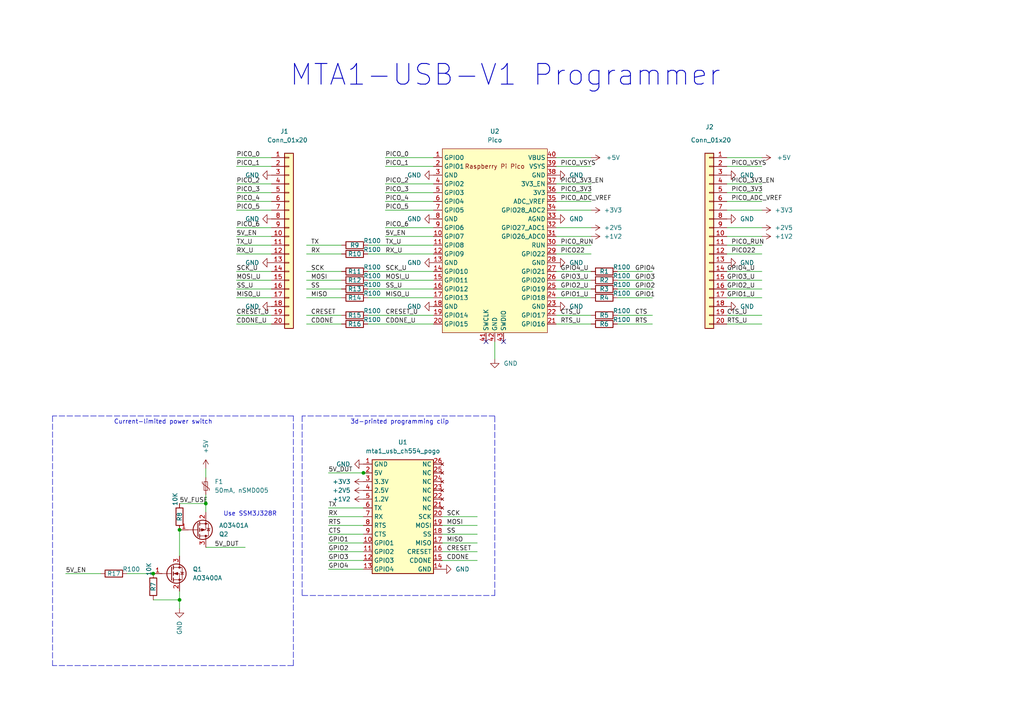
<source format=kicad_sch>
(kicad_sch (version 20211123) (generator eeschema)
  (paper "A4")
  (title_block (title "mta1-usb-v1-programmer") (date "2022-09-12") (rev "V1") (company "Tillitis AB") (comment 1 "2022") (comment 2 "https://github.com/tillitis/tillitis-key1"))
  (lib_symbols
    (symbol "Connector_Generic:Conn_01x20" (pin_names (offset 1.016) hide)
      (property "Reference" "J" (at 0 25.4 0))
      (property "Value" "Conn_01x20" (at 0 -27.94 0))
      (symbol "Conn_01x20_1_1"
        (rectangle (start -1.27 -25.273) (end 0 -25.527) (stroke (width 0.1524)))
        (rectangle (start -1.27 -22.733) (end 0 -22.987) (stroke (width 0.1524)))
        (rectangle (start -1.27 -20.193) (end 0 -20.447) (stroke (width 0.1524)))
        (rectangle (start -1.27 -17.653) (end 0 -17.907) (stroke (width 0.1524)))
        (rectangle (start -1.27 -15.113) (end 0 -15.367) (stroke (width 0.1524)))
        (rectangle (start -1.27 -12.573) (end 0 -12.827) (stroke (width 0.1524)))
        (rectangle (start -1.27 -10.033) (end 0 -10.287) (stroke (width 0.1524)))
        (rectangle (start -1.27 -7.493) (end 0 -7.747) (stroke (width 0.1524)))
        (rectangle (start -1.27 -4.953) (end 0 -5.207) (stroke (width 0.1524)))
        (rectangle (start -1.27 -2.413) (end 0 -2.667) (stroke (width 0.1524)))
        (rectangle (start -1.27 0.127) (end 0 -0.127) (stroke (width 0.1524)))
        (rectangle (start -1.27 2.667) (end 0 2.413) (stroke (width 0.1524)))
        (rectangle (start -1.27 5.207) (end 0 4.953) (stroke (width 0.1524)))
        (rectangle (start -1.27 7.747) (end 0 7.493) (stroke (width 0.1524)))
        (rectangle (start -1.27 10.287) (end 0 10.033) (stroke (width 0.1524)))
        (rectangle (start -1.27 12.827) (end 0 12.573) (stroke (width 0.1524)))
        (rectangle (start -1.27 15.367) (end 0 15.113) (stroke (width 0.1524)))
        (rectangle (start -1.27 17.907) (end 0 17.653) (stroke (width 0.1524)))
        (rectangle (start -1.27 20.447) (end 0 20.193) (stroke (width 0.1524)))
        (rectangle (start -1.27 22.987) (end 0 22.733) (stroke (width 0.1524)))
        (rectangle (start -1.27 24.13) (end 1.27 -26.67) (stroke (width 0.254)) (fill (type background)))
        (pin passive line (at -5.08 22.86 0) (length 3.81) (name "Pin_1") (number "1"))
        (pin passive line (at -5.08 0 0) (length 3.81) (name "Pin_10") (number "10"))
        (pin passive line (at -5.08 -2.54 0) (length 3.81) (name "Pin_11") (number "11"))
        (pin passive line (at -5.08 -5.08 0) (length 3.81) (name "Pin_12") (number "12"))
        (pin passive line (at -5.08 -7.62 0) (length 3.81) (name "Pin_13") (number "13"))
        (pin passive line (at -5.08 -10.16 0) (length 3.81) (name "Pin_14") (number "14"))
        (pin passive line (at -5.08 -12.7 0) (length 3.81) (name "Pin_15") (number "15"))
        (pin passive line (at -5.08 -15.24 0) (length 3.81) (name "Pin_16") (number "16"))
        (pin passive line (at -5.08 -17.78 0) (length 3.81) (name "Pin_17") (number "17"))
        (pin passive line (at -5.08 -20.32 0) (length 3.81) (name "Pin_18") (number "18"))
        (pin passive line (at -5.08 -22.86 0) (length 3.81) (name "Pin_19") (number "19"))
        (pin passive line (at -5.08 20.32 0) (length 3.81) (name "Pin_2") (number "2"))
        (pin passive line (at -5.08 -25.4 0) (length 3.81) (name "Pin_20") (number "20"))
        (pin passive line (at -5.08 17.78 0) (length 3.81) (name "Pin_3") (number "3"))
        (pin passive line (at -5.08 15.24 0) (length 3.81) (name "Pin_4") (number "4"))
        (pin passive line (at -5.08 12.7 0) (length 3.81) (name "Pin_5") (number "5"))
        (pin passive line (at -5.08 10.16 0) (length 3.81) (name "Pin_6") (number "6"))
        (pin passive line (at -5.08 7.62 0) (length 3.81) (name "Pin_7") (number "7"))
        (pin passive line (at -5.08 5.08 0) (length 3.81) (name "Pin_8") (number "8"))
        (pin passive line (at -5.08 2.54 0) (length 3.81) (name "Pin_9") (number "9"))
      )
    )
    (symbol "Device:Polyfuse_Small" (pin_numbers hide) (pin_names (offset 0))
      (property "Reference" "F" (at -1.905 0 90))
      (property "Value" "Polyfuse_Small" (at 1.905 0 90))
      (symbol "Polyfuse_Small_0_1"
        (rectangle (start -0.508 1.27) (end 0.508 -1.27))
        (polyline (pts (xy 0 2.54) (xy 0 -2.54)))
        (polyline (pts (xy -1.016 1.27) (xy -1.016 0.762) (xy 1.016 -0.762) (xy 1.016 -1.27)))
      )
      (symbol "Polyfuse_Small_1_1"
        (pin passive line (at 0 2.54 270) (length 0.635) (name "~") (number "1"))
        (pin passive line (at 0 -2.54 90) (length 0.635) (name "~") (number "2"))
      )
    )
    (symbol "Device:R" (pin_numbers hide) (pin_names (offset 0))
      (property "Reference" "R" (at 2.032 0 90))
      (property "Value" "R" (at 0 0 90))
      (symbol "R_0_1"
        (rectangle (start -1.016 -2.54) (end 1.016 2.54) (stroke (width 0.254)))
      )
      (symbol "R_1_1"
        (pin passive line (at 0 3.81 270) (length 1.27) (name "~") (number "1"))
        (pin passive line (at 0 -3.81 90) (length 1.27) (name "~") (number "2"))
      )
    )
    (symbol "MCU_RaspberryPi_and_Boards:Pico"
      (property "Reference" "U" (at -13.97 27.94 0))
      (property "Value" "Pico" (at 0 19.05 0))
      (symbol "Pico_0_0"
        (text "Raspberry Pi Pico" (at 0 21.59 0) (effects (font (size 1.27 1.27))))
      )
      (symbol "Pico_0_1"
        (rectangle (start -15.24 26.67) (end 15.24 -26.67) (fill (type background)))
      )
      (symbol "Pico_1_1"
        (pin bidirectional line (at -17.78 24.13 0) (length 2.54) (name "GPIO0") (number "1"))
        (pin bidirectional line (at -17.78 1.27 0) (length 2.54) (name "GPIO7") (number "10"))
        (pin bidirectional line (at -17.78 -1.27 0) (length 2.54) (name "GPIO8") (number "11"))
        (pin bidirectional line (at -17.78 -3.81 0) (length 2.54) (name "GPIO9") (number "12"))
        (pin power_in line (at -17.78 -6.35 0) (length 2.54) (name "GND") (number "13"))
        (pin bidirectional line (at -17.78 -8.89 0) (length 2.54) (name "GPIO10") (number "14"))
        (pin bidirectional line (at -17.78 -11.43 0) (length 2.54) (name "GPIO11") (number "15"))
        (pin bidirectional line (at -17.78 -13.97 0) (length 2.54) (name "GPIO12") (number "16"))
        (pin bidirectional line (at -17.78 -16.51 0) (length 2.54) (name "GPIO13") (number "17"))
        (pin power_in line (at -17.78 -19.05 0) (length 2.54) (name "GND") (number "18"))
        (pin bidirectional line (at -17.78 -21.59 0) (length 2.54) (name "GPIO14") (number "19"))
        (pin bidirectional line (at -17.78 21.59 0) (length 2.54) (name "GPIO1") (number "2"))
        (pin bidirectional line (at -17.78 -24.13 0) (length 2.54) (name "GPIO15") (number "20"))
        (pin bidirectional line (at 17.78 -24.13 180) (length 2.54) (name "GPIO16") (number "21"))
        (pin bidirectional line (at 17.78 -21.59 180) (length 2.54) (name "GPIO17") (number "22"))
        (pin power_in line (at 17.78 -19.05 180) (length 2.54) (name "GND") (number "23"))
        (pin bidirectional line (at 17.78 -16.51 180) (length 2.54) (name "GPIO18") (number "24"))
        (pin bidirectional line (at 17.78 -13.97 180) (length 2.54) (name "GPIO19") (number "25"))
        (pin bidirectional line (at 17.78 -11.43 180) (length 2.54) (name "GPIO20") (number "26"))
        (pin bidirectional line (at 17.78 -8.89 180) (length 2.54) (name "GPIO21") (number "27"))
        (pin power_in line (at 17.78 -6.35 180) (length 2.54) (name "GND") (number "28"))
        (pin bidirectional line (at 17.78 -3.81 180) (length 2.54) (name "GPIO22") (number "29"))
        (pin power_in line (at -17.78 19.05 0) (length 2.54) (name "GND") (number "3"))
        (pin input line (at 17.78 -1.27 180) (length 2.54) (name "RUN") (number "30"))
        (pin bidirectional line (at 17.78 1.27 180) (length 2.54) (name "GPIO26_ADC0") (number "31"))
        (pin bidirectional line (at 17.78 3.81 180) (length 2.54) (name "GPIO27_ADC1") (number "32"))
        (pin power_in line (at 17.78 6.35 180) (length 2.54) (name "AGND") (number "33"))
        (pin bidirectional line (at 17.78 8.89 180) (length 2.54) (name "GPIO28_ADC2") (number "34"))
        (pin power_in line (at 17.78 11.43 180) (length 2.54) (name "ADC_VREF") (number "35"))
        (pin power_in line (at 17.78 13.97 180) (length 2.54) (name "3V3") (number "36"))
        (pin input line (at 17.78 16.51 180) (length 2.54) (name "3V3_EN") (number "37"))
        (pin bidirectional line (at 17.78 19.05 180) (length 2.54) (name "GND") (number "38"))
        (pin power_in line (at 17.78 21.59 180) (length 2.54) (name "VSYS") (number "39"))
        (pin bidirectional line (at -17.78 16.51 0) (length 2.54) (name "GPIO2") (number "4"))
        (pin power_in line (at 17.78 24.13 180) (length 2.54) (name "VBUS") (number "40"))
        (pin input line (at -2.54 -29.21 90) (length 2.54) (name "SWCLK") (number "41"))
        (pin power_in line (at 0 -29.21 90) (length 2.54) (name "GND") (number "42"))
        (pin bidirectional line (at 2.54 -29.21 90) (length 2.54) (name "SWDIO") (number "43"))
        (pin bidirectional line (at -17.78 13.97 0) (length 2.54) (name "GPIO3") (number "5"))
        (pin bidirectional line (at -17.78 11.43 0) (length 2.54) (name "GPIO4") (number "6"))
        (pin bidirectional line (at -17.78 8.89 0) (length 2.54) (name "GPIO5") (number "7"))
        (pin power_in line (at -17.78 6.35 0) (length 2.54) (name "GND") (number "8"))
        (pin bidirectional line (at -17.78 3.81 0) (length 2.54) (name "GPIO6") (number "9"))
      )
    )
    (symbol "Transistor_FET:AO3400A" (pin_names hide)
      (property "Reference" "Q" (at 5.08 1.905 0))
      (property "Value" "AO3400A" (at 5.08 0 0))
      (symbol "AO3400A_0_1"
        (polyline (pts (xy 0.254 0) (xy -2.54 0)))
        (polyline (pts (xy 0.254 1.905) (xy 0.254 -1.905)) (stroke (width 0.254)))
        (polyline (pts (xy 0.762 -1.27) (xy 0.762 -2.286)) (stroke (width 0.254)))
        (polyline (pts (xy 0.762 0.508) (xy 0.762 -0.508)) (stroke (width 0.254)))
        (polyline (pts (xy 0.762 2.286) (xy 0.762 1.27)) (stroke (width 0.254)))
        (polyline (pts (xy 2.54 2.54) (xy 2.54 1.778)))
        (polyline (pts (xy 2.54 -2.54) (xy 2.54 0) (xy 0.762 0)))
        (polyline (pts (xy 0.762 -1.778) (xy 3.302 -1.778) (xy 3.302 1.778) (xy 0.762 1.778)))
        (polyline (pts (xy 1.016 0) (xy 2.032 0.381) (xy 2.032 -0.381) (xy 1.016 0)) (fill (type outline)))
        (polyline (pts (xy 2.794 0.508) (xy 2.921 0.381) (xy 3.683 0.381) (xy 3.81 0.254)))
        (polyline (pts (xy 3.302 0.381) (xy 2.921 -0.254) (xy 3.683 -0.254) (xy 3.302 0.381)))
        (circle (center 1.651 0) (radius 2.794) (stroke (width 0.254)))
        (circle (center 2.54 -1.778) (radius 0.254) (fill (type outline)))
        (circle (center 2.54 1.778) (radius 0.254) (fill (type outline)))
      )
      (symbol "AO3400A_1_1"
        (pin input line (at -5.08 0 0) (length 2.54) (name "G") (number "1"))
        (pin passive line (at 2.54 -5.08 90) (length 2.54) (name "S") (number "2"))
        (pin passive line (at 2.54 5.08 270) (length 2.54) (name "D") (number "3"))
      )
    )
    (symbol "Transistor_FET:AO3401A" (pin_names hide)
      (property "Reference" "Q" (at 5.08 1.905 0))
      (property "Value" "AO3401A" (at 5.08 0 0))
      (symbol "AO3401A_0_1"
        (polyline (pts (xy 0.254 0) (xy -2.54 0)))
        (polyline (pts (xy 0.254 1.905) (xy 0.254 -1.905)) (stroke (width 0.254)))
        (polyline (pts (xy 0.762 -1.27) (xy 0.762 -2.286)) (stroke (width 0.254)))
        (polyline (pts (xy 0.762 0.508) (xy 0.762 -0.508)) (stroke (width 0.254)))
        (polyline (pts (xy 0.762 2.286) (xy 0.762 1.27)) (stroke (width 0.254)))
        (polyline (pts (xy 2.54 2.54) (xy 2.54 1.778)))
        (polyline (pts (xy 2.54 -2.54) (xy 2.54 0) (xy 0.762 0)))
        (polyline (pts (xy 0.762 1.778) (xy 3.302 1.778) (xy 3.302 -1.778) (xy 0.762 -1.778)))
        (polyline (pts (xy 2.286 0) (xy 1.27 0.381) (xy 1.27 -0.381) (xy 2.286 0)) (fill (type outline)))
        (polyline (pts (xy 2.794 -0.508) (xy 2.921 -0.381) (xy 3.683 -0.381) (xy 3.81 -0.254)))
        (polyline (pts (xy 3.302 -0.381) (xy 2.921 0.254) (xy 3.683 0.254) (xy 3.302 -0.381)))
        (circle (center 1.651 0) (radius 2.794) (stroke (width 0.254)))
        (circle (center 2.54 -1.778) (radius 0.254) (fill (type outline)))
        (circle (center 2.54 1.778) (radius 0.254) (fill (type outline)))
      )
      (symbol "AO3401A_1_1"
        (pin input line (at -5.08 0 0) (length 2.54) (name "G") (number "1"))
        (pin passive line (at 2.54 -5.08 90) (length 2.54) (name "S") (number "2"))
        (pin passive line (at 2.54 5.08 270) (length 2.54) (name "D") (number "3"))
      )
    )
    (symbol "mta1:mta1_usb_ch554_pogo"
      (property "Reference" "U" (at -5.08 -19.05 0))
      (property "Value" "mta1_usb_ch554_pogo" (at 0 19.05 0))
      (symbol "mta1_usb_ch554_pogo_1_1"
        (rectangle (start -8.89 16.51) (end 8.89 -16.51) (stroke (width 0.254)) (fill (type background)))
        (pin power_in line (at -11.43 15.24 0) (length 2.54) (name "GND") (number "1"))
        (pin bidirectional line (at -11.43 -7.62 0) (length 2.54) (name "GPIO1") (number "10"))
        (pin bidirectional line (at -11.43 -10.16 0) (length 2.54) (name "GPIO2") (number "11"))
        (pin bidirectional line (at -11.43 -12.7 0) (length 2.54) (name "GPIO3") (number "12"))
        (pin bidirectional line (at -11.43 -15.24 0) (length 2.54) (name "GPIO4") (number "13"))
        (pin bidirectional line (at 11.43 -15.24 180) (length 2.54) (name "GND") (number "14"))
        (pin bidirectional line (at 11.43 -12.7 180) (length 2.54) (name "CDONE") (number "15"))
        (pin bidirectional line (at 11.43 -10.16 180) (length 2.54) (name "CRESET") (number "16"))
        (pin bidirectional line (at 11.43 -7.62 180) (length 2.54) (name "MISO") (number "17"))
        (pin bidirectional line (at 11.43 -5.08 180) (length 2.54) (name "SS") (number "18"))
        (pin bidirectional line (at 11.43 -2.54 180) (length 2.54) (name "MOSI") (number "19"))
        (pin power_in line (at -11.43 12.7 0) (length 2.54) (name "5V") (number "2"))
        (pin bidirectional line (at 11.43 0 180) (length 2.54) (name "SCK") (number "20"))
        (pin no_connect line (at 11.43 2.54 180) (length 2.54) (name "NC") (number "21"))
        (pin no_connect line (at 11.43 5.08 180) (length 2.54) (name "NC") (number "22"))
        (pin no_connect line (at 11.43 7.62 180) (length 2.54) (name "NC") (number "23"))
        (pin no_connect line (at 11.43 10.16 180) (length 2.54) (name "NC") (number "24"))
        (pin no_connect line (at 11.43 12.7 180) (length 2.54) (name "NC") (number "25"))
        (pin no_connect line (at 11.43 15.24 180) (length 2.54) (name "NC") (number "26"))
        (pin power_out line (at -11.43 10.16 0) (length 2.54) (name "3.3V") (number "3"))
        (pin power_out line (at -11.43 7.62 0) (length 2.54) (name "2.5V") (number "4"))
        (pin power_out line (at -11.43 5.08 0) (length 2.54) (name "1.2V") (number "5"))
        (pin bidirectional line (at -11.43 2.54 0) (length 2.54) (name "TX") (number "6"))
        (pin bidirectional line (at -11.43 0 0) (length 2.54) (name "RX") (number "7"))
        (pin bidirectional line (at -11.43 -2.54 0) (length 2.54) (name "RTS") (number "8"))
        (pin bidirectional line (at -11.43 -5.08 0) (length 2.54) (name "CTS") (number "9"))
      )
    )
    (symbol "power:+1V2" (power) (pin_names (offset 0))
      (property "Value" "+1V2" (at 0 3.556 0))
      (symbol "+1V2_0_1"
        (polyline (pts (xy -0.762 1.27) (xy 0 2.54)))
        (polyline (pts (xy 0 0) (xy 0 2.54)))
        (polyline (pts (xy 0 2.54) (xy 0.762 1.27)))
      )
      (symbol "+1V2_1_1"
        (pin power_in line (at 0 0 90) (length 0) hide (name "+1V2") (number "1"))
      )
    )
    (symbol "power:+2V5" (power) (pin_names (offset 0))
      (property "Value" "+2V5" (at 0 3.556 0))
      (symbol "+2V5_0_1"
        (polyline (pts (xy -0.762 1.27) (xy 0 2.54)))
        (polyline (pts (xy 0 0) (xy 0 2.54)))
        (polyline (pts (xy 0 2.54) (xy 0.762 1.27)))
      )
      (symbol "+2V5_1_1"
        (pin power_in line (at 0 0 90) (length 0) hide (name "+2V5") (number "1"))
      )
    )
    (symbol "power:+3.3V" (power) (pin_names (offset 0))
      (property "Value" "+3.3V" (at 0 3.556 0))
      (symbol "+3.3V_0_1"
        (polyline (pts (xy -0.762 1.27) (xy 0 2.54)))
        (polyline (pts (xy 0 0) (xy 0 2.54)))
        (polyline (pts (xy 0 2.54) (xy 0.762 1.27)))
      )
      (symbol "+3.3V_1_1"
        (pin power_in line (at 0 0 90) (length 0) hide (name "+3V3") (number "1"))
      )
    )
    (symbol "power:+5V" (power) (pin_names (offset 0))
      (property "Value" "+5V" (at 0 3.556 0))
      (symbol "+5V_0_1"
        (polyline (pts (xy -0.762 1.27) (xy 0 2.54)))
        (polyline (pts (xy 0 0) (xy 0 2.54)))
        (polyline (pts (xy 0 2.54) (xy 0.762 1.27)))
      )
      (symbol "+5V_1_1"
        (pin power_in line (at 0 0 90) (length 0) hide (name "+5V") (number "1"))
      )
    )
    (symbol "power:GND" (power) (pin_names (offset 0))
      (property "Value" "GND" (at 0 -3.81 0))
      (symbol "GND_0_1"
        (polyline (pts (xy 0 0) (xy 0 -1.27) (xy 1.27 -1.27) (xy 0 -2.54) (xy -1.27 -1.27) (xy 0 -1.27)))
      )
      (symbol "GND_1_1"
        (pin power_in line (at 0 0 270) (length 0) hide (name "GND") (number "1"))
      )
    )
  )
  (junction (at 105.41 137.16))
  (junction (at 52.07 173.99))
  (junction (at 44.45 166.37))
  (junction (at 52.07 153.67))
  (junction (at 59.69 146.05))
  (no_connect (at 140.97 99.06))
  (no_connect (at 146.05 99.06))
  (wire (pts (xy 88.9 71.12) (xy 99.06 71.12)))
  (wire (pts (xy 111.76 48.26) (xy 125.73 48.26)))
  (wire (pts (xy 161.29 71.12) (xy 171.45 71.12)))
  (wire (pts (xy 179.07 78.74) (xy 189.23 78.74)))
  (wire (pts (xy 161.29 58.42) (xy 171.45 58.42)))
  (wire (pts (xy 161.29 66.04) (xy 171.45 66.04)))
  (wire (pts (xy 95.25 147.32) (xy 105.41 147.32)))
  (wire (pts (xy 68.58 93.98) (xy 78.74 93.98)))
  (polyline (pts (xy 15.24 120.65) (xy 15.24 193.04)))
  (wire (pts (xy 95.25 149.86) (xy 105.41 149.86)))
  (wire (pts (xy 210.82 78.74) (xy 220.98 78.74)))
  (wire (pts (xy 106.68 93.98) (xy 125.73 93.98)))
  (wire (pts (xy 210.82 81.28) (xy 220.98 81.28)))
  (wire (pts (xy 210.82 60.96) (xy 220.98 60.96)))
  (wire (pts (xy 95.25 137.16) (xy 105.41 137.16)))
  (wire (pts (xy 106.68 83.82) (xy 125.73 83.82)))
  (wire (pts (xy 143.51 104.14) (xy 143.51 99.06)))
  (wire (pts (xy 128.27 157.48) (xy 138.43 157.48)))
  (wire (pts (xy 210.82 66.04) (xy 220.98 66.04)))
  (wire (pts (xy 95.25 154.94) (xy 105.41 154.94)))
  (wire (pts (xy 210.82 48.26) (xy 220.98 48.26)))
  (wire (pts (xy 128.27 152.4) (xy 138.43 152.4)))
  (wire (pts (xy 95.25 162.56) (xy 105.41 162.56)))
  (wire (pts (xy 111.76 53.34) (xy 125.73 53.34)))
  (wire (pts (xy 128.27 154.94) (xy 138.43 154.94)))
  (wire (pts (xy 68.58 58.42) (xy 78.74 58.42)))
  (wire (pts (xy 161.29 91.44) (xy 171.45 91.44)))
  (wire (pts (xy 52.07 153.67) (xy 52.07 161.29)))
  (polyline (pts (xy 87.63 172.72) (xy 143.51 172.72)))
  (wire (pts (xy 210.82 53.34) (xy 220.98 53.34)))
  (wire (pts (xy 111.76 45.72) (xy 125.73 45.72)))
  (wire (pts (xy 106.68 71.12) (xy 125.73 71.12)))
  (wire (pts (xy 105.41 137.16) (xy 106.68 137.16)))
  (wire (pts (xy 128.27 149.86) (xy 138.43 149.86)))
  (polyline (pts (xy 87.63 120.65) (xy 87.63 172.72)))
  (wire (pts (xy 111.76 66.04) (xy 125.73 66.04)))
  (wire (pts (xy 161.29 60.96) (xy 171.45 60.96)))
  (wire (pts (xy 106.68 86.36) (xy 125.73 86.36)))
  (wire (pts (xy 68.58 68.58) (xy 78.74 68.58)))
  (wire (pts (xy 111.76 60.96) (xy 125.73 60.96)))
  (wire (pts (xy 95.25 160.02) (xy 105.41 160.02)))
  (wire (pts (xy 88.9 91.44) (xy 99.06 91.44)))
  (wire (pts (xy 68.58 71.12) (xy 78.74 71.12)))
  (polyline (pts (xy 143.51 120.65) (xy 87.63 120.65)))
  (wire (pts (xy 68.58 53.34) (xy 78.74 53.34)))
  (wire (pts (xy 88.9 93.98) (xy 99.06 93.98)))
  (wire (pts (xy 68.58 55.88) (xy 78.74 55.88)))
  (wire (pts (xy 161.29 93.98) (xy 171.45 93.98)))
  (wire (pts (xy 161.29 53.34) (xy 171.45 53.34)))
  (wire (pts (xy 210.82 86.36) (xy 220.98 86.36)))
  (wire (pts (xy 210.82 83.82) (xy 220.98 83.82)))
  (wire (pts (xy 68.58 91.44) (xy 78.74 91.44)))
  (wire (pts (xy 68.58 78.74) (xy 78.74 78.74)))
  (wire (pts (xy 95.25 152.4) (xy 105.41 152.4)))
  (polyline (pts (xy 85.09 120.65) (xy 15.24 120.65)))
  (polyline (pts (xy 143.51 172.72) (xy 143.51 120.65)))
  (wire (pts (xy 88.9 73.66) (xy 99.06 73.66)))
  (wire (pts (xy 88.9 81.28) (xy 99.06 81.28)))
  (wire (pts (xy 210.82 91.44) (xy 220.98 91.44)))
  (wire (pts (xy 68.58 48.26) (xy 78.74 48.26)))
  (wire (pts (xy 88.9 86.36) (xy 99.06 86.36)))
  (wire (pts (xy 128.27 160.02) (xy 138.43 160.02)))
  (wire (pts (xy 210.82 93.98) (xy 220.98 93.98)))
  (wire (pts (xy 95.25 157.48) (xy 105.41 157.48)))
  (wire (pts (xy 59.69 146.05) (xy 59.69 148.59)))
  (wire (pts (xy 52.07 146.05) (xy 59.69 146.05)))
  (wire (pts (xy 179.07 86.36) (xy 189.23 86.36)))
  (wire (pts (xy 210.82 55.88) (xy 220.98 55.88)))
  (wire (pts (xy 68.58 86.36) (xy 78.74 86.36)))
  (wire (pts (xy 161.29 86.36) (xy 171.45 86.36)))
  (wire (pts (xy 88.9 83.82) (xy 99.06 83.82)))
  (wire (pts (xy 210.82 45.72) (xy 220.98 45.72)))
  (wire (pts (xy 68.58 73.66) (xy 78.74 73.66)))
  (wire (pts (xy 179.07 91.44) (xy 189.23 91.44)))
  (polyline (pts (xy 85.09 193.04) (xy 85.09 120.65)))
  (wire (pts (xy 106.68 73.66) (xy 125.73 73.66)))
  (wire (pts (xy 106.68 81.28) (xy 125.73 81.28)))
  (wire (pts (xy 111.76 68.58) (xy 125.73 68.58)))
  (wire (pts (xy 52.07 173.99) (xy 52.07 171.45)))
  (wire (pts (xy 44.45 173.99) (xy 52.07 173.99)))
  (wire (pts (xy 52.07 176.53) (xy 52.07 173.99)))
  (wire (pts (xy 210.82 68.58) (xy 220.98 68.58)))
  (wire (pts (xy 59.69 135.89) (xy 59.69 138.43)))
  (wire (pts (xy 161.29 81.28) (xy 171.45 81.28)))
  (wire (pts (xy 161.29 48.26) (xy 171.45 48.26)))
  (wire (pts (xy 106.68 78.74) (xy 125.73 78.74)))
  (wire (pts (xy 36.83 166.37) (xy 44.45 166.37)))
  (wire (pts (xy 111.76 58.42) (xy 125.73 58.42)))
  (wire (pts (xy 161.29 55.88) (xy 171.45 55.88)))
  (wire (pts (xy 161.29 83.82) (xy 171.45 83.82)))
  (polyline (pts (xy 85.09 193.04) (xy 15.24 193.04)))
  (wire (pts (xy 59.69 158.75) (xy 71.12 158.75)))
  (wire (pts (xy 106.68 91.44) (xy 125.73 91.44)))
  (wire (pts (xy 179.07 81.28) (xy 189.23 81.28)))
  (wire (pts (xy 68.58 81.28) (xy 78.74 81.28)))
  (wire (pts (xy 210.82 73.66) (xy 220.98 73.66)))
  (wire (pts (xy 179.07 83.82) (xy 189.23 83.82)))
  (wire (pts (xy 68.58 60.96) (xy 78.74 60.96)))
  (wire (pts (xy 161.29 45.72) (xy 171.45 45.72)))
  (wire (pts (xy 210.82 71.12) (xy 220.98 71.12)))
  (wire (pts (xy 59.69 143.51) (xy 59.69 146.05)))
  (wire (pts (xy 95.25 165.1) (xy 105.41 165.1)))
  (wire (pts (xy 179.07 93.98) (xy 189.23 93.98)))
  (wire (pts (xy 68.58 83.82) (xy 78.74 83.82)))
  (wire (pts (xy 68.58 66.04) (xy 78.74 66.04)))
  (wire (pts (xy 128.27 162.56) (xy 138.43 162.56)))
  (wire (pts (xy 210.82 58.42) (xy 220.98 58.42)))
  (wire (pts (xy 111.76 55.88) (xy 125.73 55.88)))
  (wire (pts (xy 161.29 68.58) (xy 171.45 68.58)))
  (wire (pts (xy 19.05 166.37) (xy 29.21 166.37)))
  (wire (pts (xy 161.29 78.74) (xy 171.45 78.74)))
  (wire (pts (xy 68.58 45.72) (xy 78.74 45.72)))
  (wire (pts (xy 88.9 78.74) (xy 99.06 78.74)))
  (wire (pts (xy 161.29 73.66) (xy 171.45 73.66)))
  (text "Use SSM3J328R" (at 64.77 149.86 0) (effects (font (size 1.27 1.27)) (justify left bottom)))
  (text "Current-limited power switch" (at 33.02 123.19 0) (effects (font (size 1.27 1.27)) (justify left bottom)))
  (text "MTA1-USB-V1 Programmer" (at 83.82 25.4 0) (effects (font (size 6 6) (thickness 0.254) bold) (justify left bottom)))
  (text "3d-printed programming clip" (at 101.6 123.19 0) (effects (font (size 1.27 1.27)) (justify left bottom)))
  (label "MISO" (at 90.17 86.36 0))
  (label "CTS" (at 95.25 154.94 0))
  (label "TX_U" (at 111.76 71.12 0))
  (label "RX" (at 90.17 73.66 0))
  (label "PICO_3V3" (at 212.09 55.88 0))
  (label "GPIO2" (at 95.25 160.02 0))
  (label "PICO_RUN" (at 212.09 71.12 0))
  (label "GPIO1" (at 95.25 157.48 0))
  (label "MOSI_U" (at 111.76 81.28 0))
  (label "PICO_4" (at 68.58 58.42 0))
  (label "SCK" (at 129.54 149.86 0))
  (label "RTS_U" (at 162.56 93.98 0))
  (label "CRESET_U" (at 111.76 91.44 0))
  (label "CTS_U" (at 162.56 91.44 0))
  (label "5V_EN" (at 68.58 68.58 0))
  (label "PICO_5" (at 111.76 60.96 0))
  (label "SS" (at 90.17 83.82 0))
  (label "GPIO4_U" (at 162.56 78.74 0))
  (label "5V_EN" (at 19.05 166.37 0))
  (label "MISO_U" (at 68.58 86.36 0))
  (label "RTS" (at 95.25 152.4 0))
  (label "GPIO4_U" (at 210.82 78.74 0))
  (label "5V_DUT" (at 62.23 158.75 0))
  (label "CDONE" (at 90.17 93.98 0))
  (label "PICO_6" (at 111.76 66.04 0))
  (label "PICO22" (at 212.09 73.66 0))
  (label "RX_U" (at 68.58 73.66 0))
  (label "PICO_0" (at 68.58 45.72 0))
  (label "GPIO3" (at 184.15 81.28 0))
  (label "SCK_U" (at 68.58 78.74 0))
  (label "TX" (at 95.25 147.32 0))
  (label "PICO_3V3_EN" (at 162.56 53.34 0))
  (label "PICO_VSYS" (at 162.56 48.26 0))
  (label "RX_U" (at 111.76 73.66 0))
  (label "CRESET_U" (at 68.58 91.44 0))
  (label "TX_U" (at 68.58 71.12 0))
  (label "SS_U" (at 111.76 83.82 0))
  (label "PICO_ADC_VREF" (at 162.56 58.42 0))
  (label "RX" (at 95.25 149.86 0))
  (label "CDONE_U" (at 111.76 93.98 0))
  (label "GPIO2_U" (at 162.56 83.82 0))
  (label "SCK" (at 90.17 78.74 0))
  (label "PICO_6" (at 68.58 66.04 0))
  (label "PICO_3V3_EN" (at 212.09 53.34 0))
  (label "PICO_3" (at 111.76 55.88 0))
  (label "MOSI_U" (at 68.58 81.28 0))
  (label "GPIO3_U" (at 162.56 81.28 0))
  (label "PICO_VSYS" (at 212.09 48.26 0))
  (label "PICO_2" (at 111.76 53.34 0))
  (label "GPIO1_U" (at 162.56 86.36 0))
  (label "RTS" (at 184.15 93.98 0))
  (label "MISO_U" (at 111.76 86.36 0))
  (label "GPIO2_U" (at 210.82 83.82 0))
  (label "GPIO4" (at 95.25 165.1 0))
  (label "MOSI" (at 129.54 152.4 0))
  (label "5V_DUT" (at 95.25 137.16 0))
  (label "MOSI" (at 90.17 81.28 0))
  (label "CRESET" (at 90.17 91.44 0))
  (label "5V_FUSE" (at 52.07 146.05 0))
  (label "PICO_0" (at 111.76 45.72 0))
  (label "MISO" (at 129.54 157.48 0))
  (label "GPIO1_U" (at 210.82 86.36 0))
  (label "PICO_2" (at 68.58 53.34 0))
  (label "CRESET" (at 129.54 160.02 0))
  (label "PICO_4" (at 111.76 58.42 0))
  (label "CTS_U" (at 210.82 91.44 0))
  (label "GPIO4" (at 184.15 78.74 0))
  (label "CDONE" (at 129.54 162.56 0))
  (label "SCK_U" (at 111.76 78.74 0))
  (label "GPIO3" (at 95.25 162.56 0))
  (label "TX" (at 90.17 71.12 0))
  (label "PICO_RUN" (at 162.56 71.12 0))
  (label "CTS" (at 184.15 91.44 0))
  (label "PICO_1" (at 111.76 48.26 0))
  (label "PICO_5" (at 68.58 60.96 0))
  (label "PICO_ADC_VREF" (at 212.09 58.42 0))
  (label "CDONE_U" (at 68.58 93.98 0))
  (label "GPIO1" (at 184.15 86.36 0))
  (label "PICO_3" (at 68.58 55.88 0))
  (label "PICO_1" (at 68.58 48.26 0))
  (label "RTS_U" (at 210.82 93.98 0))
  (label "5V_EN" (at 111.76 68.58 0))
  (label "GPIO3_U" (at 210.82 81.28 0))
  (label "PICO22" (at 162.56 73.66 0))
  (label "SS" (at 129.54 154.94 0))
  (label "GPIO2" (at 184.15 83.82 0))
  (label "SS_U" (at 68.58 83.82 0))
  (label "PICO_3V3" (at 162.56 55.88 0))
  (symbol (lib_id "Device:R") (at 102.87 83.82 90) (unit 1)
    (property "Reference" "R13" (at 102.87 83.82 90))
    (property "Value" "R100" (at 107.95 82.55 90))
    (property "Footprint" "mta1:ERJ2G(0402)_L" (effects hide))
  )
  (symbol (lib_id "Device:R") (at 102.87 91.44 90) (unit 1)
    (property "Reference" "R15" (at 102.87 91.44 90))
    (property "Value" "R100" (at 107.95 90.17 90))
    (property "Footprint" "mta1:ERJ2G(0402)_L" (effects hide))
  )
  (symbol (lib_id "power:GND") (at 52.07 176.53 0) (unit 1)
    (property "Reference" "#PWR0114" (effects hide))
    (property "Value" "GND" (at 52.07 184.15 90) (effects (justify left)))
  )
  (symbol (lib_id "power:+2V5") (at 220.98 66.04 270) (unit 1)
    (property "Reference" "#PWR0105" (effects hide))
    (property "Value" "+2V5" (at 227.33 66.04 90))
  )
  (symbol (lib_id "power:+3.3V") (at 105.41 139.7 90) (unit 1)
    (property "Reference" "#PWR03" (effects hide))
    (property "Value" "+3.3V" (at 99.06 139.7 90))
  )
  (symbol (lib_id "power:+1V2") (at 220.98 68.58 270) (unit 1)
    (property "Reference" "#PWR0103" (effects hide))
    (property "Value" "+1V2" (at 227.33 68.58 90))
  )
  (symbol (lib_id "Connector_Generic:Conn_01x20") (at 205.74 68.58 0) (mirror y) (unit 1)
    (property "Reference" "J2" (at 207.01 36.83 0) (effects (justify left)))
    (property "Value" "Conn_01x20" (at 212.09 40.64 0) (effects (justify left)))
    (property "Footprint" "Connector_PinHeader_2.54mm:PinHeader_1x20_P2.54mm_Vertical" (effects hide))
  )
  (symbol (lib_id "Device:R") (at 102.87 73.66 90) (unit 1)
    (property "Reference" "R10" (at 102.87 73.66 90))
    (property "Value" "R100" (at 107.95 72.39 90))
    (property "Footprint" "mta1:ERJ2G(0402)_L" (effects hide))
  )
  (symbol (lib_id "power:GND") (at 78.74 88.9 270) (unit 1)
    (property "Reference" "#PWR0110" (effects hide))
    (property "Value" "GND" (at 71.12 88.9 90) (effects (justify left)))
  )
  (symbol (lib_id "power:+2V5") (at 105.41 142.24 90) (unit 1)
    (property "Reference" "#PWR04" (effects hide))
    (property "Value" "+2V5" (at 99.06 142.24 90))
  )
  (symbol (lib_id "power:+1V2") (at 171.45 68.58 270) (unit 1)
    (property "Reference" "#PWR016" (effects hide))
    (property "Value" "+1V2" (at 177.8 68.58 90))
  )
  (symbol (lib_id "Device:R") (at 102.87 78.74 90) (unit 1)
    (property "Reference" "R11" (at 102.87 78.74 90))
    (property "Value" "R100" (at 107.95 77.47 90))
    (property "Footprint" "mta1:ERJ2G(0402)_L" (effects hide))
  )
  (symbol (lib_id "power:GND") (at 125.73 76.2 270) (unit 1)
    (property "Reference" "#PWR010" (effects hide))
    (property "Value" "GND" (at 118.11 76.2 90) (effects (justify left)))
  )
  (symbol (lib_id "mta1:mta1_usb_ch554_pogo") (at 116.84 149.86 0) (unit 1)
    (property "Reference" "U1" (at 116.84 128.27 0))
    (property "Value" "mta1_usb_ch554_pogo" (at 116.84 130.81 0))
    (property "Footprint" "mta1-usb:mta1_usb_ch554_pogo" (effects hide))
  )
  (symbol (lib_id "MCU_RaspberryPi_and_Boards:Pico") (at 143.51 69.85 0) (unit 1)
    (property "Reference" "U2" (at 143.51 38.1 0))
    (property "Value" "Pico" (at 143.51 40.64 0))
    (property "Footprint" "RPi_Pico:RPi_Pico_SMD_TH" (effects hide))
  )
  (symbol (lib_id "Device:R") (at 175.26 93.98 90) (unit 1)
    (property "Reference" "R6" (at 175.26 93.98 90))
    (property "Value" "R100" (at 180.34 92.71 90))
    (property "Footprint" "mta1:ERJ2G(0402)_L" (effects hide))
  )
  (symbol (lib_id "power:GND") (at 78.74 63.5 270) (unit 1)
    (property "Reference" "#PWR0112" (effects hide))
    (property "Value" "GND" (at 71.12 63.5 90) (effects (justify left)))
  )
  (symbol (lib_id "Device:R") (at 175.26 81.28 90) (unit 1)
    (property "Reference" "R2" (at 175.26 81.28 90))
    (property "Value" "R100" (at 180.34 80.01 90))
    (property "Footprint" "mta1:ERJ2G(0402)_L" (effects hide))
  )
  (symbol (lib_id "Device:R") (at 175.26 86.36 90) (unit 1)
    (property "Reference" "R4" (at 175.26 86.36 90))
    (property "Value" "R100" (at 180.34 85.09 90))
    (property "Footprint" "mta1:ERJ2G(0402)_L" (effects hide))
  )
  (symbol (lib_id "power:GND") (at 128.27 165.1 90) (unit 1)
    (property "Reference" "#PWR06" (effects hide))
    (property "Value" "GND" (at 132.08 165.0999 90) (effects (justify right)))
  )
  (symbol (lib_id "Transistor_FET:AO3400A") (at 49.53 166.37 0) (unit 1)
    (property "Reference" "Q1" (at 55.88 165.0999 0) (effects (justify left)))
    (property "Value" "AO3400A" (at 55.88 167.6399 0) (effects (justify left)))
    (property "Footprint" "Package_TO_SOT_SMD:SOT-23" (effects hide))
    (property "Datasheet" "http://www.aosmd.com/pdfs/datasheet/AO3400A.pdf" (effects hide))
  )
  (symbol (lib_id "power:GND") (at 210.82 50.8 90) (unit 1)
    (property "Reference" "#PWR0107" (effects hide))
    (property "Value" "GND" (at 214.63 50.7999 90) (effects (justify right)))
  )
  (symbol (lib_id "Device:R") (at 102.87 93.98 90) (unit 1)
    (property "Reference" "R16" (at 102.87 93.98 90))
    (property "Value" "R100" (at 107.95 92.71 90))
    (property "Footprint" "mta1:ERJ2G(0402)_L" (effects hide))
  )
  (symbol (lib_id "Device:R") (at 175.26 78.74 90) (unit 1)
    (property "Reference" "R1" (at 175.26 78.74 90))
    (property "Value" "R100" (at 180.34 77.47 90))
    (property "Footprint" "mta1:ERJ2G(0402)_L" (effects hide))
  )
  (symbol (lib_id "power:GND") (at 125.73 88.9 270) (unit 1)
    (property "Reference" "#PWR011" (effects hide))
    (property "Value" "GND" (at 118.11 88.9 90) (effects (justify left)))
  )
  (symbol (lib_id "Device:R") (at 33.02 166.37 90) (unit 1)
    (property "Reference" "R17" (at 33.02 166.37 90))
    (property "Value" "R100" (at 38.1 165.1 90))
    (property "Footprint" "mta1:ERJ2G(0402)_L" (effects hide))
  )
  (symbol (lib_id "power:GND") (at 143.51 104.14 0) (unit 1)
    (property "Reference" "#PWR0115" (effects hide))
    (property "Value" "GND" (at 146.05 105.4099 0) (effects (justify left)))
  )
  (symbol (lib_id "power:GND") (at 161.29 63.5 90) (unit 1)
    (property "Reference" "#PWR014" (effects hide))
    (property "Value" "GND" (at 165.1 63.4999 90) (effects (justify right)))
  )
  (symbol (lib_id "power:+2V5") (at 171.45 66.04 270) (unit 1)
    (property "Reference" "#PWR015" (effects hide))
    (property "Value" "+2V5" (at 177.8 66.04 90))
  )
  (symbol (lib_id "power:GND") (at 161.29 88.9 90) (unit 1)
    (property "Reference" "#PWR018" (effects hide))
    (property "Value" "GND" (at 165.1 88.8999 90) (effects (justify right)))
  )
  (symbol (lib_id "power:GND") (at 161.29 76.2 90) (unit 1)
    (property "Reference" "#PWR017" (effects hide))
    (property "Value" "GND" (at 165.1 76.1999 90) (effects (justify right)))
  )
  (symbol (lib_id "Device:R") (at 175.26 91.44 90) (unit 1)
    (property "Reference" "R5" (at 175.26 91.44 90))
    (property "Value" "R100" (at 180.34 90.17 90))
    (property "Footprint" "mta1:ERJ2G(0402)_L" (effects hide))
  )
  (symbol (lib_id "power:GND") (at 105.41 134.62 270) (unit 1)
    (property "Reference" "#PWR01" (effects hide))
    (property "Value" "GND" (at 101.6 134.6199 90) (effects (justify right)))
  )
  (symbol (lib_id "Device:R") (at 102.87 86.36 90) (unit 1)
    (property "Reference" "R14" (at 102.87 86.36 90))
    (property "Value" "R100" (at 107.95 85.09 90))
    (property "Footprint" "mta1:ERJ2G(0402)_L" (effects hide))
  )
  (symbol (lib_id "power:GND") (at 78.74 50.8 270) (unit 1)
    (property "Reference" "#PWR0111" (effects hide))
    (property "Value" "GND" (at 71.12 50.8 90) (effects (justify left)))
  )
  (symbol (lib_id "power:GND") (at 125.73 63.5 270) (unit 1)
    (property "Reference" "#PWR09" (effects hide))
    (property "Value" "GND" (at 118.11 63.5 90) (effects (justify left)))
  )
  (symbol (lib_id "power:GND") (at 78.74 76.2 270) (unit 1)
    (property "Reference" "#PWR0109" (effects hide))
    (property "Value" "GND" (at 71.12 76.2 90) (effects (justify left)))
  )
  (symbol (lib_id "Device:R") (at 175.26 83.82 90) (unit 1)
    (property "Reference" "R3" (at 175.26 83.82 90))
    (property "Value" "R100" (at 180.34 82.55 90))
    (property "Footprint" "mta1:ERJ2G(0402)_L" (effects hide))
  )
  (symbol (lib_id "power:+5V") (at 171.45 45.72 270) (unit 1)
    (property "Reference" "#PWR07" (effects hide))
    (property "Value" "+5V" (at 177.8 45.72 90))
  )
  (symbol (lib_id "Device:R") (at 102.87 81.28 90) (unit 1)
    (property "Reference" "R12" (at 102.87 81.28 90))
    (property "Value" "R100" (at 107.95 80.01 90))
    (property "Footprint" "mta1:ERJ2G(0402)_L" (effects hide))
  )
  (symbol (lib_id "power:+5V") (at 59.69 135.89 0) (unit 1)
    (property "Reference" "#PWR0113" (effects hide))
    (property "Value" "+5V" (at 59.69 129.54 90))
  )
  (symbol (lib_id "Device:R") (at 102.87 71.12 90) (unit 1)
    (property "Reference" "R9" (at 102.87 71.12 90))
    (property "Value" "R100" (at 107.95 69.85 90))
    (property "Footprint" "mta1:ERJ2G(0402)_L" (effects hide))
  )
  (symbol (lib_id "power:+5V") (at 220.98 45.72 270) (unit 1)
    (property "Reference" "#PWR0106" (effects hide))
    (property "Value" "+5V" (at 227.33 45.72 90))
  )
  (symbol (lib_id "power:GND") (at 210.82 76.2 90) (unit 1)
    (property "Reference" "#PWR0101" (effects hide))
    (property "Value" "GND" (at 214.63 76.1999 90) (effects (justify right)))
  )
  (symbol (lib_id "Transistor_FET:AO3401A") (at 57.15 153.67 0) (mirror x) (unit 1)
    (property "Reference" "Q2" (at 63.5 154.9401 0) (effects (justify left)))
    (property "Value" "AO3401A" (at 63.5 152.4001 0) (effects (justify left)))
    (property "Footprint" "Package_TO_SOT_SMD:SOT-23" (effects hide))
    (property "Datasheet" "http://www.aosmd.com/pdfs/datasheet/AO3401A.pdf" (effects hide))
  )
  (symbol (lib_id "Device:Polyfuse_Small") (at 59.69 140.97 0) (unit 1)
    (property "Reference" "F1" (at 62.23 139.6999 0) (effects (justify left)))
    (property "Value" "50mA, nSMD005" (at 62.23 142.2399 0) (effects (justify left)))
    (property "Footprint" "Fuse:Fuse_1206_3216Metric" (effects hide))
  )
  (symbol (lib_id "Connector_Generic:Conn_01x20") (at 83.82 68.58 0) (unit 1)
    (property "Reference" "J1" (at 81.28 38.1 0) (effects (justify left)))
    (property "Value" "Conn_01x20" (at 77.47 40.64 0) (effects (justify left)))
    (property "Footprint" "Connector_PinHeader_2.54mm:PinHeader_1x20_P2.54mm_Vertical" (effects hide))
  )
  (symbol (lib_id "Device:R") (at 52.07 149.86 180) (unit 1)
    (property "Reference" "R8" (at 52.07 149.86 90))
    (property "Value" "10K" (at 50.8 144.78 90))
    (property "Footprint" "mta1:ERJ2G(0402)_L" (effects hide))
  )
  (symbol (lib_id "Device:R") (at 44.45 170.18 180) (unit 1)
    (property "Reference" "R7" (at 44.45 170.18 90))
    (property "Value" "10K" (at 43.18 165.1 90))
    (property "Footprint" "mta1:ERJ2G(0402)_L" (effects hide))
  )
  (symbol (lib_id "power:+3.3V") (at 220.98 60.96 270) (unit 1)
    (property "Reference" "#PWR0102" (effects hide))
    (property "Value" "+3.3V" (at 227.33 60.96 90))
  )
  (symbol (lib_id "power:GND") (at 210.82 63.5 90) (unit 1)
    (property "Reference" "#PWR0104" (effects hide))
    (property "Value" "GND" (at 214.63 63.4999 90) (effects (justify right)))
  )
  (symbol (lib_id "power:GND") (at 161.29 50.8 90) (unit 1)
    (property "Reference" "#PWR012" (effects hide))
    (property "Value" "GND" (at 165.1 50.7999 90) (effects (justify right)))
  )
  (symbol (lib_id "power:GND") (at 210.82 88.9 90) (unit 1)
    (property "Reference" "#PWR0108" (effects hide))
    (property "Value" "GND" (at 214.63 88.8999 90) (effects (justify right)))
  )
  (symbol (lib_id "power:GND") (at 125.73 50.8 270) (unit 1)
    (property "Reference" "#PWR08" (effects hide))
    (property "Value" "GND" (at 118.11 50.8 90) (effects (justify left)))
  )
  (symbol (lib_id "power:+1V2") (at 105.41 144.78 90) (unit 1)
    (property "Reference" "#PWR05" (effects hide))
    (property "Value" "+1V2" (at 99.06 144.78 90))
  )
  (symbol (lib_id "power:+3.3V") (at 171.45 60.96 270) (unit 1)
    (property "Reference" "#PWR013" (effects hide))
    (property "Value" "+3.3V" (at 177.8 60.96 90))
  )
)
</source>
